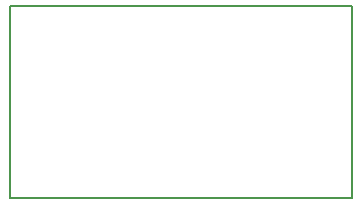
<source format=gko>
G04 Layer_Color=16711935*
%FSLAX24Y24*%
%MOIN*%
G70*
G01*
G75*
%ADD10C,0.0079*%
D10*
X38435Y36368D02*
Y39272D01*
X49852D01*
Y32874D02*
Y39272D01*
X38435Y32874D02*
Y36368D01*
Y32874D02*
X49852D01*
M02*

</source>
